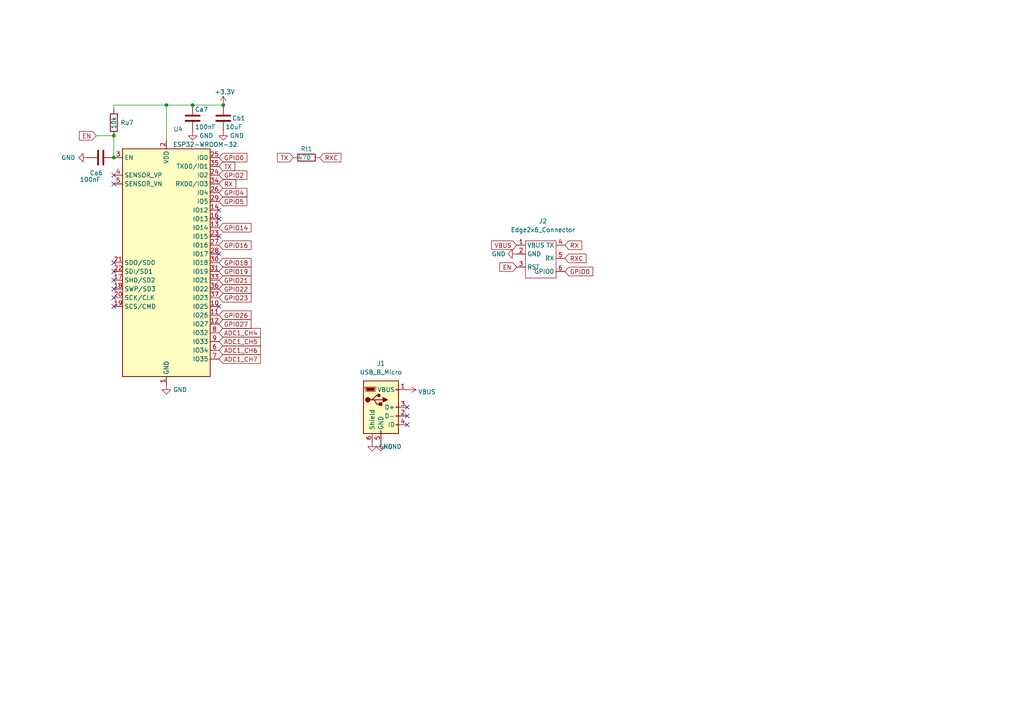
<source format=kicad_sch>
(kicad_sch (version 20250114) (generator "eeschema") (generator_version "9.0")
  (paper "A4")
  (lib_symbols
    (symbol "Connector:USB_B_Micro" (pin_names (offset 1.016))
      (property "Reference" "J" (at -5.08 11.43 0))
      (property "Value" "USB_B_Micro" (at -5.08 8.89 0))
      (symbol "USB_B_Micro_0_1"
        (rectangle (start -5.08 -7.62) (end 5.08 7.62) (stroke (width 0.254)) (fill (type background)))
        (polyline (pts (xy -4.699 5.842) (xy -4.699 5.588) (xy -4.445 4.826) (xy -4.445 4.572) (xy -1.651 4.572) (xy -1.651 4.826) (xy -1.397 5.588) (xy -1.397 5.842) (xy -4.699 5.842)))
        (polyline (pts (xy -4.318 5.588) (xy -1.778 5.588) (xy -2.032 4.826) (xy -4.064 4.826) (xy -4.318 5.588)) (fill (type outline)))
        (circle (center -3.81 2.159) (radius 0.635) (stroke (width 0.254)) (fill (type outline)))
        (polyline (pts (xy -3.175 2.159) (xy -2.54 2.159) (xy -1.27 3.429) (xy -0.635 3.429)) (stroke (width 0.254)))
        (polyline (pts (xy -2.54 2.159) (xy -1.905 2.159) (xy -1.27 0.889) (xy 0 0.889)) (stroke (width 0.254)))
        (polyline (pts (xy -1.905 2.159) (xy 0.635 2.159)) (stroke (width 0.254)))
        (circle (center -0.635 3.429) (radius 0.381) (stroke (width 0.254)) (fill (type outline)))
        (rectangle (start -0.127 -7.62) (end 0.127 -6.858))
        (rectangle (start 0.254 1.27) (end -0.508 0.508) (stroke (width 0.254)) (fill (type outline)))
        (polyline (pts (xy 0.635 2.794) (xy 0.635 1.524) (xy 1.905 2.159) (xy 0.635 2.794)) (stroke (width 0.254)) (fill (type outline)))
        (rectangle (start 5.08 4.953) (end 4.318 5.207))
        (rectangle (start 5.08 -0.127) (end 4.318 0.127))
        (rectangle (start 5.08 -2.667) (end 4.318 -2.413))
        (rectangle (start 5.08 -5.207) (end 4.318 -4.953))
      )
      (symbol "USB_B_Micro_1_1"
        (pin passive line (at -2.54 -10.16 90) (length 2.54) (name "Shield") (number "6"))
        (pin power_out line (at 0 -10.16 90) (length 2.54) (name "GND") (number "5"))
        (pin power_out line (at 7.62 5.08 180) (length 2.54) (name "VBUS") (number "1"))
        (pin bidirectional line (at 7.62 0 180) (length 2.54) (name "D+") (number "3"))
        (pin bidirectional line (at 7.62 -2.54 180) (length 2.54) (name "D-") (number "2"))
        (pin passive line (at 7.62 -5.08 180) (length 2.54) (name "ID") (number "4"))
      )
    )
    (symbol "Device:C" (pin_numbers (hide yes)) (pin_names (offset 0.254))
      (property "Reference" "C" (at 0.635 2.54 0))
      (property "Value" "C" (at 0.635 -2.54 0))
      (symbol "C_0_1"
        (polyline (pts (xy -2.032 0.762) (xy 2.032 0.762)) (stroke (width 0.508)))
        (polyline (pts (xy -2.032 -0.762) (xy 2.032 -0.762)) (stroke (width 0.508)))
      )
      (symbol "C_1_1"
        (pin passive line (at 0 3.81 270) (length 2.794) (name "~") (number "1"))
        (pin passive line (at 0 -3.81 90) (length 2.794) (name "~") (number "2"))
      )
    )
    (symbol "Device:R" (pin_numbers (hide yes)) (pin_names (offset 0))
      (property "Reference" "R" (at 2.032 0 90))
      (property "Value" "R" (at 0 0 90))
      (symbol "R_0_1"
        (rectangle (start -1.016 -2.54) (end 1.016 2.54) (stroke (width 0.254)))
      )
      (symbol "R_1_1"
        (pin passive line (at 0 3.81 270) (length 1.27) (name "~") (number "1"))
        (pin passive line (at 0 -3.81 90) (length 1.27) (name "~") (number "2"))
      )
    )
    (symbol "RF_Module:ESP32-WROOM-32"
      (property "Reference" "U" (at -12.7 34.29 0))
      (property "Value" "ESP32-WROOM-32" (at 1.27 34.29 0))
      (symbol "ESP32-WROOM-32_0_1"
        (rectangle (start -12.7 33.02) (end 12.7 -33.02) (stroke (width 0.254)) (fill (type background)))
      )
      (symbol "ESP32-WROOM-32_1_1"
        (pin input line (at -15.24 30.48 0) (length 2.54) (name "EN") (number "3"))
        (pin input line (at -15.24 25.4 0) (length 2.54) (name "SENSOR_VP") (number "4"))
        (pin input line (at -15.24 22.86 0) (length 2.54) (name "SENSOR_VN") (number "5"))
        (pin bidirectional line (at -15.24 0 0) (length 2.54) (name "SDO/SD0") (number "21"))
        (pin bidirectional line (at -15.24 -2.54 0) (length 2.54) (name "SDI/SD1") (number "22"))
        (pin bidirectional line (at -15.24 -5.08 0) (length 2.54) (name "SHD/SD2") (number "17"))
        (pin bidirectional line (at -15.24 -7.62 0) (length 2.54) (name "SWP/SD3") (number "18"))
        (pin bidirectional line (at -15.24 -10.16 0) (length 2.54) (name "SCK/CLK") (number "20"))
        (pin bidirectional line (at -15.24 -12.7 0) (length 2.54) (name "SCS/CMD") (number "19"))
        (pin no_connect line (at -12.7 -27.94 0) (length 2.54) (hide yes) (name "NC") (number "32"))
        (pin power_in line (at 0 35.56 270) (length 2.54) (name "VDD") (number "2"))
        (pin power_in line (at 0 -35.56 90) (length 2.54) (name "GND") (number "1"))
        (pin passive line (at 0 -35.56 90) (length 2.54) (hide yes) (name "GND") (number "15"))
        (pin passive line (at 0 -35.56 90) (length 2.54) (hide yes) (name "GND") (number "38"))
        (pin passive line (at 0 -35.56 90) (length 2.54) (hide yes) (name "GND") (number "39"))
        (pin bidirectional line (at 15.24 30.48 180) (length 2.54) (name "IO0") (number "25"))
        (pin bidirectional line (at 15.24 27.94 180) (length 2.54) (name "TXD0/IO1") (number "35"))
        (pin bidirectional line (at 15.24 25.4 180) (length 2.54) (name "IO2") (number "24"))
        (pin bidirectional line (at 15.24 22.86 180) (length 2.54) (name "RXD0/IO3") (number "34"))
        (pin bidirectional line (at 15.24 20.32 180) (length 2.54) (name "IO4") (number "26"))
        (pin bidirectional line (at 15.24 17.78 180) (length 2.54) (name "IO5") (number "29"))
        (pin bidirectional line (at 15.24 15.24 180) (length 2.54) (name "IO12") (number "14"))
        (pin bidirectional line (at 15.24 12.7 180) (length 2.54) (name "IO13") (number "16"))
        (pin bidirectional line (at 15.24 10.16 180) (length 2.54) (name "IO14") (number "13"))
        (pin bidirectional line (at 15.24 7.62 180) (length 2.54) (name "IO15") (number "23"))
        (pin bidirectional line (at 15.24 5.08 180) (length 2.54) (name "IO16") (number "27"))
        (pin bidirectional line (at 15.24 2.54 180) (length 2.54) (name "IO17") (number "28"))
        (pin bidirectional line (at 15.24 0 180) (length 2.54) (name "IO18") (number "30"))
        (pin bidirectional line (at 15.24 -2.54 180) (length 2.54) (name "IO19") (number "31"))
        (pin bidirectional line (at 15.24 -5.08 180) (length 2.54) (name "IO21") (number "33"))
        (pin bidirectional line (at 15.24 -7.62 180) (length 2.54) (name "IO22") (number "36"))
        (pin bidirectional line (at 15.24 -10.16 180) (length 2.54) (name "IO23") (number "37"))
        (pin bidirectional line (at 15.24 -12.7 180) (length 2.54) (name "IO25") (number "10"))
        (pin bidirectional line (at 15.24 -15.24 180) (length 2.54) (name "IO26") (number "11"))
        (pin bidirectional line (at 15.24 -17.78 180) (length 2.54) (name "IO27") (number "12"))
        (pin bidirectional line (at 15.24 -20.32 180) (length 2.54) (name "IO32") (number "8"))
        (pin bidirectional line (at 15.24 -22.86 180) (length 2.54) (name "IO33") (number "9"))
        (pin input line (at 15.24 -25.4 180) (length 2.54) (name "IO34") (number "6"))
        (pin input line (at 15.24 -27.94 180) (length 2.54) (name "IO35") (number "7"))
      )
    )
    (symbol "chl33:Edge2x6_Connector"
      (property "Reference" "J" (at 0 6.35 0))
      (property "Value" "Edge2x6_Connector" (at 0.635 -6.985 0))
      (symbol "Edge2x6_Connector_0_1"
        (rectangle (start -5.08 5.08) (end 3.81 -5.715))
      )
      (symbol "Edge2x6_Connector_1_1"
        (pin power_out line (at -7.62 3.81 0) (length 2.54) (name "VBUS") (number "1"))
        (pin power_out line (at -7.62 1.27 0) (length 2.54) (name "GND") (number "2"))
        (pin output line (at -7.62 -2.54 0) (length 2.54) (name "RST") (number "3"))
        (pin output line (at 6.35 3.81 180) (length 2.54) (name "TX") (number "4"))
        (pin input line (at 6.35 0 180) (length 2.54) (name "RX") (number "5"))
        (pin output line (at 6.35 -3.81 180) (length 2.54) (name "GPIO0") (number "6"))
      )
    )
    (symbol "power:+3.3V" (power) (pin_numbers (hide yes)) (pin_names (offset 0) (hide yes))
      (property "Value" "+3.3V" (at 0 3.556 0))
      (symbol "+3.3V_0_1"
        (polyline (pts (xy -0.762 1.27) (xy 0 2.54)))
        (polyline (pts (xy 0 2.54) (xy 0.762 1.27)))
        (polyline (pts (xy 0 0) (xy 0 2.54)))
      )
      (symbol "+3.3V_1_1"
        (pin power_in line (at 0 0 90) (length 0) (name "~") (number "1"))
      )
    )
    (symbol "power:GND" (power) (pin_numbers (hide yes)) (pin_names (offset 0) (hide yes))
      (property "Value" "GND" (at 0 -3.81 0))
      (symbol "GND_0_1"
        (polyline (pts (xy 0 0) (xy 0 -1.27) (xy 1.27 -1.27) (xy 0 -2.54) (xy -1.27 -1.27) (xy 0 -1.27)))
      )
      (symbol "GND_1_1"
        (pin power_in line (at 0 0 270) (length 0) (name "~") (number "1"))
      )
    )
    (symbol "power:VBUS" (power) (pin_numbers (hide yes)) (pin_names (offset 0) (hide yes))
      (property "Value" "VBUS" (at 0 3.556 0))
      (symbol "VBUS_0_1"
        (polyline (pts (xy -0.762 1.27) (xy 0 2.54)))
        (polyline (pts (xy 0 2.54) (xy 0.762 1.27)))
        (polyline (pts (xy 0 0) (xy 0 2.54)))
      )
      (symbol "VBUS_1_1"
        (pin power_in line (at 0 0 90) (length 0) (name "~") (number "1"))
      )
    )
  )
  (junction (at 33.02 39.37))
  (junction (at 33.02 45.72))
  (junction (at 64.77 30.48))
  (junction (at 48.26 30.48))
  (junction (at 55.88 30.48))
  (no_connect (at 118.11 118.11))
  (no_connect (at 33.02 81.28))
  (no_connect (at 63.5 68.58))
  (no_connect (at 33.02 83.82))
  (no_connect (at 33.02 76.2))
  (no_connect (at 33.02 50.8))
  (no_connect (at 118.11 123.19))
  (no_connect (at 63.5 73.66))
  (no_connect (at 33.02 86.36))
  (no_connect (at 33.02 53.34))
  (no_connect (at 118.11 120.65))
  (no_connect (at 63.5 88.9))
  (no_connect (at 63.5 63.5))
  (no_connect (at 33.02 88.9))
  (no_connect (at 33.02 78.74))
  (no_connect (at 63.5 60.96))
  (wire (pts (xy 48.26 30.48) (xy 55.88 30.48)))
  (wire (pts (xy 48.26 30.48) (xy 48.26 40.64)))
  (wire (pts (xy 27.94 39.37) (xy 33.02 39.37)))
  (wire (pts (xy 33.02 30.48) (xy 33.02 31.75)))
  (wire (pts (xy 33.02 30.48) (xy 48.26 30.48)))
  (wire (pts (xy 33.02 39.37) (xy 33.02 45.72)))
  (wire (pts (xy 55.88 30.48) (xy 64.77 30.48)))
  (global_label "GPIO19" (shape input) (at 63.5 78.74 0) (property "Intersheetrefs" "${INTERSHEET_REFS}" (effects (hide yes))))
  (global_label "ADC1_CH5" (shape input) (at 63.5 99.06 0) (property "Intersheetrefs" "${INTERSHEET_REFS}" (effects (hide yes))))
  (global_label "RX" (shape input) (at 63.5 53.34 0) (property "Intersheetrefs" "${INTERSHEET_REFS}" (effects (hide yes))))
  (global_label "GPIO5" (shape input) (at 63.5 58.42 0) (property "Intersheetrefs" "${INTERSHEET_REFS}" (effects (hide yes))))
  (global_label "GPIO14" (shape input) (at 63.5 66.04 0) (property "Intersheetrefs" "${INTERSHEET_REFS}" (effects (hide yes))))
  (global_label "RX" (shape input) (at 163.83 71.12 0) (property "Intersheetrefs" "${INTERSHEET_REFS}" (effects (hide yes))))
  (global_label "RXC" (shape input) (at 163.83 74.93 0) (property "Intersheetrefs" "${INTERSHEET_REFS}" (effects (hide yes))))
  (global_label "GPIO2" (shape input) (at 63.5 50.8 0) (property "Intersheetrefs" "${INTERSHEET_REFS}" (effects (hide yes))))
  (global_label "ADC1_CH4" (shape input) (at 63.5 96.52 0) (property "Intersheetrefs" "${INTERSHEET_REFS}" (effects (hide yes))))
  (global_label "GPIO21" (shape input) (at 63.5 81.28 0) (property "Intersheetrefs" "${INTERSHEET_REFS}" (effects (hide yes))))
  (global_label "GPIO4" (shape input) (at 63.5 55.88 0) (property "Intersheetrefs" "${INTERSHEET_REFS}" (effects (hide yes))))
  (global_label "EN" (shape input) (at 149.86 77.47 180) (property "Intersheetrefs" "${INTERSHEET_REFS}" (effects (hide yes))))
  (global_label "TX" (shape input) (at 85.09 45.72 180) (property "Intersheetrefs" "${INTERSHEET_REFS}" (effects (hide yes))))
  (global_label "GPIO22" (shape input) (at 63.5 83.82 0) (property "Intersheetrefs" "${INTERSHEET_REFS}" (effects (hide yes))))
  (global_label "GPIO0" (shape input) (at 163.83 78.74 0) (property "Intersheetrefs" "${INTERSHEET_REFS}" (effects (hide yes))))
  (global_label "EN" (shape input) (at 27.94 39.37 180) (property "Intersheetrefs" "${INTERSHEET_REFS}" (effects (hide yes))))
  (global_label "GPIO18" (shape input) (at 63.5 76.2 0) (property "Intersheetrefs" "${INTERSHEET_REFS}" (effects (hide yes))))
  (global_label "GPIO26" (shape input) (at 63.5 91.44 0) (property "Intersheetrefs" "${INTERSHEET_REFS}" (effects (hide yes))))
  (global_label "RXC" (shape input) (at 92.71 45.72 0) (property "Intersheetrefs" "${INTERSHEET_REFS}" (effects (hide yes))))
  (global_label "ADC1_CH6" (shape input) (at 63.5 101.6 0) (property "Intersheetrefs" "${INTERSHEET_REFS}" (effects (hide yes))))
  (global_label "ADC1_CH7" (shape input) (at 63.5 104.14 0) (property "Intersheetrefs" "${INTERSHEET_REFS}" (effects (hide yes))))
  (global_label "VBUS" (shape input) (at 149.86 71.12 180) (property "Intersheetrefs" "${INTERSHEET_REFS}" (effects (hide yes))))
  (global_label "GPIO23" (shape input) (at 63.5 86.36 0) (property "Intersheetrefs" "${INTERSHEET_REFS}" (effects (hide yes))))
  (global_label "GPIO27" (shape input) (at 63.5 93.98 0) (property "Intersheetrefs" "${INTERSHEET_REFS}" (effects (hide yes))))
  (global_label "GPIO0" (shape input) (at 63.5 45.72 0) (property "Intersheetrefs" "${INTERSHEET_REFS}" (effects (hide yes))))
  (global_label "TX" (shape input) (at 63.5 48.26 0) (property "Intersheetrefs" "${INTERSHEET_REFS}" (effects (hide yes))))
  (global_label "GPIO16" (shape input) (at 63.5 71.12 0) (property "Intersheetrefs" "${INTERSHEET_REFS}" (effects (hide yes))))
  (symbol (lib_id "power:+3.3V") (at 64.77 30.48 0) (unit 1)
    (property "Reference" "#PWR011" (effects (hide yes)))
    (property "Value" "+3.3V" (at 62.23 26.67 0) (effects (justify left)))
  )
  (symbol (lib_id "Connector:USB_B_Micro") (at 110.49 118.11 0) (unit 1)
    (property "Reference" "J1" (at 110.49 105.41 0))
    (property "Value" "USB_B_Micro" (at 110.49 107.95 0))
    (property "Footprint" "Connector_USB:USB_Micro-B_Amphenol_10118194_Horizontal" (effects (hide yes)))
    (property "Description" "USB Micro Type B connector" (effects (hide yes)))
  )
  (symbol (lib_id "RF_Module:ESP32-WROOM-32") (at 48.26 76.2 0) (unit 1)
    (property "Reference" "U4" (at 50.2794 37.465 0) (effects (justify left)))
    (property "Value" "ESP32-WROOM-32" (at 50.165 41.91 0) (effects (justify left)))
    (property "Footprint" "RF_Module:ESP32-WROOM-32" (effects (hide yes)))
    (property "Datasheet" "https://www.espressif.com/sites/default/files/documentation/esp32-wroom-32_datasheet_en.pdf" (effects (hide yes)))
    (property "Description" "RF Module, ESP32-D0WDQ6 SoC, Wi-Fi 802.11b/g/n, Bluetooth, BLE, 32-bit, 2.7-3.6V, onboard antenna, SMD" (effects (hide yes)))
  )
  (symbol (lib_id "power:GND") (at 107.95 128.27 0) (unit 1)
    (property "Reference" "#PWR36" (effects (hide yes)))
    (property "Value" "GND" (at 109.855 129.5399 0) (effects (justify left)))
    (property "Description" "Power symbol creates a global label with name \"GND\" , ground" (effects (hide yes)))
  )
  (symbol (lib_id "power:GND") (at 149.86 73.66 270) (unit 1)
    (property "Reference" "#PWR39" (effects (hide yes)))
    (property "Value" "GND" (at 146.685 73.6599 90) (effects (justify right)))
    (property "Description" "Power symbol creates a global label with name \"GND\" , ground" (effects (hide yes)))
  )
  (symbol (lib_id "power:VBUS") (at 118.11 113.03 270) (unit 1)
    (property "Reference" "#PWR38" (effects (hide yes)))
    (property "Value" "VBUS" (at 123.825 113.665 90))
    (property "Description" "Power symbol creates a global label with name \"VBUS\"" (effects (hide yes)))
  )
  (symbol (lib_id "power:GND") (at 25.4 45.72 270) (unit 1)
    (property "Reference" "#PWR26" (effects (hide yes)))
    (property "Value" "GND" (at 17.78 45.72 90) (effects (justify left)))
    (property "Description" "Power symbol creates a global label with name \"GND\" , ground" (effects (hide yes)))
  )
  (symbol (lib_id "Device:C") (at 55.88 34.29 0) (unit 1)
    (property "Reference" "Ca7" (at 56.515 31.75 0) (effects (justify left)))
    (property "Value" "100nF" (at 56.515 36.83 0) (effects (justify left)))
    (property "Footprint" "Capacitor_SMD:C_0603_1608Metric" (effects (hide yes)))
    (property "Description" "Unpolarized capacitor" (effects (hide yes)))
  )
  (symbol (lib_id "Device:C") (at 29.21 45.72 90) (unit 1)
    (property "Reference" "Ca6" (at 29.845 50.165 90) (effects (justify left)))
    (property "Value" "100nF" (at 29.21 52.07 90) (effects (justify left)))
    (property "Footprint" "Capacitor_SMD:C_0603_1608Metric" (effects (hide yes)))
    (property "Description" "Unpolarized capacitor" (effects (hide yes)))
  )
  (symbol (lib_id "Device:C") (at 64.77 34.29 0) (unit 1)
    (property "Reference" "Cb1" (at 67.31 34.29 0) (effects (justify left)))
    (property "Value" "10uF" (at 65.405 36.83 0) (effects (justify left)))
    (property "Footprint" "Capacitor_SMD:C_0805_2012Metric_Pad1.18x1.45mm_HandSolder" (effects (hide yes)))
    (property "Description" "Unpolarized capacitor" (effects (hide yes)))
  )
  (symbol (lib_id "Device:R") (at 88.9 45.72 90) (unit 1)
    (property "Reference" "Rt1" (at 88.9 43.18 90))
    (property "Value" "470" (at 88.265 45.72 90))
    (property "Footprint" "Resistor_SMD:R_0603_1608Metric" (effects (hide yes)))
    (property "Description" "Resistor" (effects (hide yes)))
  )
  (symbol (lib_id "power:GND") (at 110.49 128.27 0) (unit 1)
    (property "Reference" "#PWR37" (effects (hide yes)))
    (property "Value" "GND" (at 112.395 129.5399 0) (effects (justify left)))
    (property "Description" "Power symbol creates a global label with name \"GND\" , ground" (effects (hide yes)))
  )
  (symbol (lib_id "power:GND") (at 64.77 38.1 0) (unit 1)
    (property "Reference" "#PWR33" (effects (hide yes)))
    (property "Value" "GND" (at 66.675 39.3699 0) (effects (justify left)))
    (property "Description" "Power symbol creates a global label with name \"GND\" , ground" (effects (hide yes)))
  )
  (symbol (lib_id "power:GND") (at 48.26 111.76 0) (unit 1)
    (property "Reference" "#PWR30" (effects (hide yes)))
    (property "Value" "GND" (at 50.165 113.0299 0) (effects (justify left)))
    (property "Description" "Power symbol creates a global label with name \"GND\" , ground" (effects (hide yes)))
  )
  (symbol (lib_id "Device:R") (at 33.02 35.56 180) (unit 1)
    (property "Reference" "Ru7" (at 34.925 35.56 0) (effects (justify right)))
    (property "Value" "10k" (at 33.02 37.465 90) (effects (justify right)))
    (property "Footprint" "Resistor_SMD:R_0603_1608Metric" (effects (hide yes)))
    (property "Description" "Resistor" (effects (hide yes)))
  )
  (symbol (lib_id "power:GND") (at 55.88 38.1 0) (unit 1)
    (property "Reference" "#PWR31" (effects (hide yes)))
    (property "Value" "GND" (at 57.785 39.3699 0) (effects (justify left)))
    (property "Description" "Power symbol creates a global label with name \"GND\" , ground" (effects (hide yes)))
  )
  (symbol (lib_id "chl33:Edge2x6_Connector") (at 157.48 74.93 0) (unit 1)
    (property "Reference" "J2" (at 157.48 64.135 0))
    (property "Value" "Edge2x6_Connector" (at 157.48 66.675 0))
    (property "Footprint" "chl33_library:EdgeConnector_2x3" (effects (hide yes)))
  )
)
</source>
